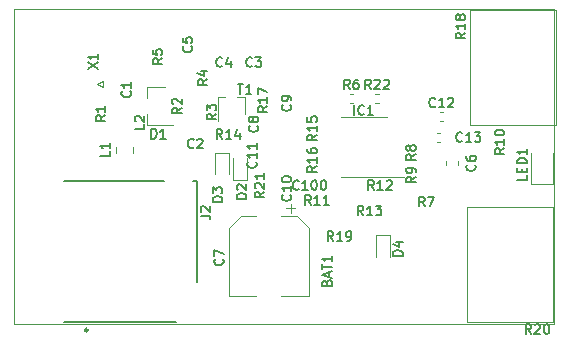
<source format=gbr>
G04 #@! TF.GenerationSoftware,KiCad,Pcbnew,(5.99.0-8616-g1e9639e89c)*
G04 #@! TF.CreationDate,2021-02-03T17:52:52+01:00*
G04 #@! TF.ProjectId,sinitsa,616c6c62-616e-4642-9e6b-696361645f70,rev?*
G04 #@! TF.SameCoordinates,Original*
G04 #@! TF.FileFunction,Legend,Top*
G04 #@! TF.FilePolarity,Positive*
%FSLAX46Y46*%
G04 Gerber Fmt 4.6, Leading zero omitted, Abs format (unit mm)*
G04 Created by KiCad (PCBNEW (5.99.0-8616-g1e9639e89c)) date 2021-02-03 17:52:52*
%MOMM*%
%LPD*%
G01*
G04 APERTURE LIST*
G04 #@! TA.AperFunction,Profile*
%ADD10C,0.050000*%
G04 #@! TD*
%ADD11C,0.152400*%
%ADD12C,0.150000*%
%ADD13C,0.250000*%
%ADD14C,0.120000*%
G04 APERTURE END LIST*
D10*
X96520000Y-105410000D02*
X96520000Y-132080000D01*
X142240000Y-105410000D02*
X142240000Y-132080000D01*
X96520000Y-132080000D02*
X142240000Y-132080000D01*
X142240000Y-105410000D02*
X96520000Y-105410000D01*
D11*
G04 #@! TO.C,J2*
X112323095Y-122948279D02*
X112903666Y-122948279D01*
X113019780Y-122986983D01*
X113097190Y-123064393D01*
X113135895Y-123180507D01*
X113135895Y-123257917D01*
X112400504Y-122599936D02*
X112361800Y-122561231D01*
X112323095Y-122483821D01*
X112323095Y-122290298D01*
X112361800Y-122212888D01*
X112400504Y-122174183D01*
X112477914Y-122135479D01*
X112555323Y-122135479D01*
X112671438Y-122174183D01*
X113135895Y-122638640D01*
X113135895Y-122135479D01*
G04 #@! TO.C,BAT1*
X123004942Y-128621971D02*
X123043647Y-128505857D01*
X123082352Y-128467152D01*
X123159761Y-128428447D01*
X123275876Y-128428447D01*
X123353285Y-128467152D01*
X123391990Y-128505857D01*
X123430695Y-128583266D01*
X123430695Y-128892904D01*
X122617895Y-128892904D01*
X122617895Y-128621971D01*
X122656600Y-128544561D01*
X122695304Y-128505857D01*
X122772714Y-128467152D01*
X122850123Y-128467152D01*
X122927533Y-128505857D01*
X122966238Y-128544561D01*
X123004942Y-128621971D01*
X123004942Y-128892904D01*
X123198466Y-128118809D02*
X123198466Y-127731761D01*
X123430695Y-128196219D02*
X122617895Y-127925285D01*
X123430695Y-127654352D01*
X122617895Y-127499533D02*
X122617895Y-127035076D01*
X123430695Y-127267304D02*
X122617895Y-127267304D01*
X123430695Y-126338390D02*
X123430695Y-126802847D01*
X123430695Y-126570619D02*
X122617895Y-126570619D01*
X122734009Y-126648028D01*
X122811419Y-126725438D01*
X122850123Y-126802847D01*
G04 #@! TO.C,C1*
X106362285Y-112403466D02*
X106400990Y-112442171D01*
X106439695Y-112558285D01*
X106439695Y-112635695D01*
X106400990Y-112751809D01*
X106323580Y-112829219D01*
X106246171Y-112867923D01*
X106091352Y-112906628D01*
X105975238Y-112906628D01*
X105820419Y-112867923D01*
X105743009Y-112829219D01*
X105665600Y-112751809D01*
X105626895Y-112635695D01*
X105626895Y-112558285D01*
X105665600Y-112442171D01*
X105704304Y-112403466D01*
X106439695Y-111629371D02*
X106439695Y-112093828D01*
X106439695Y-111861600D02*
X105626895Y-111861600D01*
X105743009Y-111939009D01*
X105820419Y-112016419D01*
X105859123Y-112093828D01*
G04 #@! TO.C,C2*
X111751533Y-117157285D02*
X111712828Y-117195990D01*
X111596714Y-117234695D01*
X111519304Y-117234695D01*
X111403190Y-117195990D01*
X111325780Y-117118580D01*
X111287076Y-117041171D01*
X111248371Y-116886352D01*
X111248371Y-116770238D01*
X111287076Y-116615419D01*
X111325780Y-116538009D01*
X111403190Y-116460600D01*
X111519304Y-116421895D01*
X111596714Y-116421895D01*
X111712828Y-116460600D01*
X111751533Y-116499304D01*
X112061171Y-116499304D02*
X112099876Y-116460600D01*
X112177285Y-116421895D01*
X112370809Y-116421895D01*
X112448219Y-116460600D01*
X112486923Y-116499304D01*
X112525628Y-116576714D01*
X112525628Y-116654123D01*
X112486923Y-116770238D01*
X112022466Y-117234695D01*
X112525628Y-117234695D01*
G04 #@! TO.C,C3*
X116704533Y-110272285D02*
X116665828Y-110310990D01*
X116549714Y-110349695D01*
X116472304Y-110349695D01*
X116356190Y-110310990D01*
X116278780Y-110233580D01*
X116240076Y-110156171D01*
X116201371Y-110001352D01*
X116201371Y-109885238D01*
X116240076Y-109730419D01*
X116278780Y-109653009D01*
X116356190Y-109575600D01*
X116472304Y-109536895D01*
X116549714Y-109536895D01*
X116665828Y-109575600D01*
X116704533Y-109614304D01*
X116975466Y-109536895D02*
X117478628Y-109536895D01*
X117207695Y-109846533D01*
X117323809Y-109846533D01*
X117401219Y-109885238D01*
X117439923Y-109923942D01*
X117478628Y-110001352D01*
X117478628Y-110194876D01*
X117439923Y-110272285D01*
X117401219Y-110310990D01*
X117323809Y-110349695D01*
X117091580Y-110349695D01*
X117014171Y-110310990D01*
X116975466Y-110272285D01*
G04 #@! TO.C,C4*
X114164533Y-110272285D02*
X114125828Y-110310990D01*
X114009714Y-110349695D01*
X113932304Y-110349695D01*
X113816190Y-110310990D01*
X113738780Y-110233580D01*
X113700076Y-110156171D01*
X113661371Y-110001352D01*
X113661371Y-109885238D01*
X113700076Y-109730419D01*
X113738780Y-109653009D01*
X113816190Y-109575600D01*
X113932304Y-109536895D01*
X114009714Y-109536895D01*
X114125828Y-109575600D01*
X114164533Y-109614304D01*
X114861219Y-109807828D02*
X114861219Y-110349695D01*
X114667695Y-109498190D02*
X114474171Y-110078761D01*
X114977333Y-110078761D01*
G04 #@! TO.C,C5*
X111542285Y-108593466D02*
X111580990Y-108632171D01*
X111619695Y-108748285D01*
X111619695Y-108825695D01*
X111580990Y-108941809D01*
X111503580Y-109019219D01*
X111426171Y-109057923D01*
X111271352Y-109096628D01*
X111155238Y-109096628D01*
X111000419Y-109057923D01*
X110923009Y-109019219D01*
X110845600Y-108941809D01*
X110806895Y-108825695D01*
X110806895Y-108748285D01*
X110845600Y-108632171D01*
X110884304Y-108593466D01*
X110806895Y-107858076D02*
X110806895Y-108245123D01*
X111193942Y-108283828D01*
X111155238Y-108245123D01*
X111116533Y-108167714D01*
X111116533Y-107974190D01*
X111155238Y-107896780D01*
X111193942Y-107858076D01*
X111271352Y-107819371D01*
X111464876Y-107819371D01*
X111542285Y-107858076D01*
X111580990Y-107896780D01*
X111619695Y-107974190D01*
X111619695Y-108167714D01*
X111580990Y-108245123D01*
X111542285Y-108283828D01*
G04 #@! TO.C,C6*
X135545285Y-118626466D02*
X135583990Y-118665171D01*
X135622695Y-118781285D01*
X135622695Y-118858695D01*
X135583990Y-118974809D01*
X135506580Y-119052219D01*
X135429171Y-119090923D01*
X135274352Y-119129628D01*
X135158238Y-119129628D01*
X135003419Y-119090923D01*
X134926009Y-119052219D01*
X134848600Y-118974809D01*
X134809895Y-118858695D01*
X134809895Y-118781285D01*
X134848600Y-118665171D01*
X134887304Y-118626466D01*
X134809895Y-117929780D02*
X134809895Y-118084600D01*
X134848600Y-118162009D01*
X134887304Y-118200714D01*
X135003419Y-118278123D01*
X135158238Y-118316828D01*
X135467876Y-118316828D01*
X135545285Y-118278123D01*
X135583990Y-118239419D01*
X135622695Y-118162009D01*
X135622695Y-118007190D01*
X135583990Y-117929780D01*
X135545285Y-117891076D01*
X135467876Y-117852371D01*
X135274352Y-117852371D01*
X135196942Y-117891076D01*
X135158238Y-117929780D01*
X135119533Y-118007190D01*
X135119533Y-118162009D01*
X135158238Y-118239419D01*
X135196942Y-118278123D01*
X135274352Y-118316828D01*
G04 #@! TO.C,C7*
X114209285Y-126627466D02*
X114247990Y-126666171D01*
X114286695Y-126782285D01*
X114286695Y-126859695D01*
X114247990Y-126975809D01*
X114170580Y-127053219D01*
X114093171Y-127091923D01*
X113938352Y-127130628D01*
X113822238Y-127130628D01*
X113667419Y-127091923D01*
X113590009Y-127053219D01*
X113512600Y-126975809D01*
X113473895Y-126859695D01*
X113473895Y-126782285D01*
X113512600Y-126666171D01*
X113551304Y-126627466D01*
X113473895Y-126356533D02*
X113473895Y-125814666D01*
X114286695Y-126163009D01*
G04 #@! TO.C,C8*
X117130285Y-115324466D02*
X117168990Y-115363171D01*
X117207695Y-115479285D01*
X117207695Y-115556695D01*
X117168990Y-115672809D01*
X117091580Y-115750219D01*
X117014171Y-115788923D01*
X116859352Y-115827628D01*
X116743238Y-115827628D01*
X116588419Y-115788923D01*
X116511009Y-115750219D01*
X116433600Y-115672809D01*
X116394895Y-115556695D01*
X116394895Y-115479285D01*
X116433600Y-115363171D01*
X116472304Y-115324466D01*
X116743238Y-114860009D02*
X116704533Y-114937419D01*
X116665828Y-114976123D01*
X116588419Y-115014828D01*
X116549714Y-115014828D01*
X116472304Y-114976123D01*
X116433600Y-114937419D01*
X116394895Y-114860009D01*
X116394895Y-114705190D01*
X116433600Y-114627780D01*
X116472304Y-114589076D01*
X116549714Y-114550371D01*
X116588419Y-114550371D01*
X116665828Y-114589076D01*
X116704533Y-114627780D01*
X116743238Y-114705190D01*
X116743238Y-114860009D01*
X116781942Y-114937419D01*
X116820647Y-114976123D01*
X116898057Y-115014828D01*
X117052876Y-115014828D01*
X117130285Y-114976123D01*
X117168990Y-114937419D01*
X117207695Y-114860009D01*
X117207695Y-114705190D01*
X117168990Y-114627780D01*
X117130285Y-114589076D01*
X117052876Y-114550371D01*
X116898057Y-114550371D01*
X116820647Y-114589076D01*
X116781942Y-114627780D01*
X116743238Y-114705190D01*
G04 #@! TO.C,C9*
X119924285Y-113546466D02*
X119962990Y-113585171D01*
X120001695Y-113701285D01*
X120001695Y-113778695D01*
X119962990Y-113894809D01*
X119885580Y-113972219D01*
X119808171Y-114010923D01*
X119653352Y-114049628D01*
X119537238Y-114049628D01*
X119382419Y-114010923D01*
X119305009Y-113972219D01*
X119227600Y-113894809D01*
X119188895Y-113778695D01*
X119188895Y-113701285D01*
X119227600Y-113585171D01*
X119266304Y-113546466D01*
X120001695Y-113159419D02*
X120001695Y-113004600D01*
X119962990Y-112927190D01*
X119924285Y-112888485D01*
X119808171Y-112811076D01*
X119653352Y-112772371D01*
X119343714Y-112772371D01*
X119266304Y-112811076D01*
X119227600Y-112849780D01*
X119188895Y-112927190D01*
X119188895Y-113082009D01*
X119227600Y-113159419D01*
X119266304Y-113198123D01*
X119343714Y-113236828D01*
X119537238Y-113236828D01*
X119614647Y-113198123D01*
X119653352Y-113159419D01*
X119692057Y-113082009D01*
X119692057Y-112927190D01*
X119653352Y-112849780D01*
X119614647Y-112811076D01*
X119537238Y-112772371D01*
G04 #@! TO.C,C10*
X119924285Y-121172514D02*
X119962990Y-121211219D01*
X120001695Y-121327333D01*
X120001695Y-121404742D01*
X119962990Y-121520857D01*
X119885580Y-121598266D01*
X119808171Y-121636971D01*
X119653352Y-121675676D01*
X119537238Y-121675676D01*
X119382419Y-121636971D01*
X119305009Y-121598266D01*
X119227600Y-121520857D01*
X119188895Y-121404742D01*
X119188895Y-121327333D01*
X119227600Y-121211219D01*
X119266304Y-121172514D01*
X120001695Y-120398419D02*
X120001695Y-120862876D01*
X120001695Y-120630647D02*
X119188895Y-120630647D01*
X119305009Y-120708057D01*
X119382419Y-120785466D01*
X119421123Y-120862876D01*
X119188895Y-119895257D02*
X119188895Y-119817847D01*
X119227600Y-119740438D01*
X119266304Y-119701733D01*
X119343714Y-119663028D01*
X119498533Y-119624323D01*
X119692057Y-119624323D01*
X119846876Y-119663028D01*
X119924285Y-119701733D01*
X119962990Y-119740438D01*
X120001695Y-119817847D01*
X120001695Y-119895257D01*
X119962990Y-119972666D01*
X119924285Y-120011371D01*
X119846876Y-120050076D01*
X119692057Y-120088780D01*
X119498533Y-120088780D01*
X119343714Y-120050076D01*
X119266304Y-120011371D01*
X119227600Y-119972666D01*
X119188895Y-119895257D01*
G04 #@! TO.C,C100*
X120629438Y-120686285D02*
X120590733Y-120724990D01*
X120474619Y-120763695D01*
X120397209Y-120763695D01*
X120281095Y-120724990D01*
X120203685Y-120647580D01*
X120164980Y-120570171D01*
X120126276Y-120415352D01*
X120126276Y-120299238D01*
X120164980Y-120144419D01*
X120203685Y-120067009D01*
X120281095Y-119989600D01*
X120397209Y-119950895D01*
X120474619Y-119950895D01*
X120590733Y-119989600D01*
X120629438Y-120028304D01*
X121403533Y-120763695D02*
X120939076Y-120763695D01*
X121171304Y-120763695D02*
X121171304Y-119950895D01*
X121093895Y-120067009D01*
X121016485Y-120144419D01*
X120939076Y-120183123D01*
X121906695Y-119950895D02*
X121984104Y-119950895D01*
X122061514Y-119989600D01*
X122100219Y-120028304D01*
X122138923Y-120105714D01*
X122177628Y-120260533D01*
X122177628Y-120454057D01*
X122138923Y-120608876D01*
X122100219Y-120686285D01*
X122061514Y-120724990D01*
X121984104Y-120763695D01*
X121906695Y-120763695D01*
X121829285Y-120724990D01*
X121790580Y-120686285D01*
X121751876Y-120608876D01*
X121713171Y-120454057D01*
X121713171Y-120260533D01*
X121751876Y-120105714D01*
X121790580Y-120028304D01*
X121829285Y-119989600D01*
X121906695Y-119950895D01*
X122680790Y-119950895D02*
X122758200Y-119950895D01*
X122835609Y-119989600D01*
X122874314Y-120028304D01*
X122913019Y-120105714D01*
X122951723Y-120260533D01*
X122951723Y-120454057D01*
X122913019Y-120608876D01*
X122874314Y-120686285D01*
X122835609Y-120724990D01*
X122758200Y-120763695D01*
X122680790Y-120763695D01*
X122603380Y-120724990D01*
X122564676Y-120686285D01*
X122525971Y-120608876D01*
X122487266Y-120454057D01*
X122487266Y-120260533D01*
X122525971Y-120105714D01*
X122564676Y-120028304D01*
X122603380Y-119989600D01*
X122680790Y-119950895D01*
G04 #@! TO.C,D1*
X108153476Y-116410095D02*
X108153476Y-115597295D01*
X108347000Y-115597295D01*
X108463114Y-115636000D01*
X108540523Y-115713409D01*
X108579228Y-115790819D01*
X108617933Y-115945638D01*
X108617933Y-116061752D01*
X108579228Y-116216571D01*
X108540523Y-116293980D01*
X108463114Y-116371390D01*
X108347000Y-116410095D01*
X108153476Y-116410095D01*
X109392028Y-116410095D02*
X108927571Y-116410095D01*
X109159800Y-116410095D02*
X109159800Y-115597295D01*
X109082390Y-115713409D01*
X109004980Y-115790819D01*
X108927571Y-115829523D01*
G04 #@! TO.C,D2*
X116191695Y-121503923D02*
X115378895Y-121503923D01*
X115378895Y-121310400D01*
X115417600Y-121194285D01*
X115495009Y-121116876D01*
X115572419Y-121078171D01*
X115727238Y-121039466D01*
X115843352Y-121039466D01*
X115998171Y-121078171D01*
X116075580Y-121116876D01*
X116152990Y-121194285D01*
X116191695Y-121310400D01*
X116191695Y-121503923D01*
X115456304Y-120729828D02*
X115417600Y-120691123D01*
X115378895Y-120613714D01*
X115378895Y-120420190D01*
X115417600Y-120342780D01*
X115456304Y-120304076D01*
X115533714Y-120265371D01*
X115611123Y-120265371D01*
X115727238Y-120304076D01*
X116191695Y-120768533D01*
X116191695Y-120265371D01*
G04 #@! TO.C,D3*
X114159695Y-121757923D02*
X113346895Y-121757923D01*
X113346895Y-121564400D01*
X113385600Y-121448285D01*
X113463009Y-121370876D01*
X113540419Y-121332171D01*
X113695238Y-121293466D01*
X113811352Y-121293466D01*
X113966171Y-121332171D01*
X114043580Y-121370876D01*
X114120990Y-121448285D01*
X114159695Y-121564400D01*
X114159695Y-121757923D01*
X113346895Y-121022533D02*
X113346895Y-120519371D01*
X113656533Y-120790304D01*
X113656533Y-120674190D01*
X113695238Y-120596780D01*
X113733942Y-120558076D01*
X113811352Y-120519371D01*
X114004876Y-120519371D01*
X114082285Y-120558076D01*
X114120990Y-120596780D01*
X114159695Y-120674190D01*
X114159695Y-120906419D01*
X114120990Y-120983828D01*
X114082285Y-121022533D01*
G04 #@! TO.C,IC1*
X125317552Y-114413695D02*
X125317552Y-113600895D01*
X126169057Y-114336285D02*
X126130352Y-114374990D01*
X126014238Y-114413695D01*
X125936828Y-114413695D01*
X125820714Y-114374990D01*
X125743304Y-114297580D01*
X125704600Y-114220171D01*
X125665895Y-114065352D01*
X125665895Y-113949238D01*
X125704600Y-113794419D01*
X125743304Y-113717009D01*
X125820714Y-113639600D01*
X125936828Y-113600895D01*
X126014238Y-113600895D01*
X126130352Y-113639600D01*
X126169057Y-113678304D01*
X126943152Y-114413695D02*
X126478695Y-114413695D01*
X126710923Y-114413695D02*
X126710923Y-113600895D01*
X126633514Y-113717009D01*
X126556104Y-113794419D01*
X126478695Y-113833123D01*
G04 #@! TO.C,L1*
X104635695Y-117483466D02*
X104635695Y-117870514D01*
X103822895Y-117870514D01*
X104635695Y-116786780D02*
X104635695Y-117251238D01*
X104635695Y-117019009D02*
X103822895Y-117019009D01*
X103939009Y-117096419D01*
X104016419Y-117173828D01*
X104055123Y-117251238D01*
G04 #@! TO.C,R1*
X104253695Y-114435466D02*
X103866647Y-114706400D01*
X104253695Y-114899923D02*
X103440895Y-114899923D01*
X103440895Y-114590285D01*
X103479600Y-114512876D01*
X103518304Y-114474171D01*
X103595714Y-114435466D01*
X103711828Y-114435466D01*
X103789238Y-114474171D01*
X103827942Y-114512876D01*
X103866647Y-114590285D01*
X103866647Y-114899923D01*
X104253695Y-113661371D02*
X104253695Y-114125828D01*
X104253695Y-113893600D02*
X103440895Y-113893600D01*
X103557009Y-113971009D01*
X103634419Y-114048419D01*
X103673123Y-114125828D01*
G04 #@! TO.C,R2*
X110730695Y-113800466D02*
X110343647Y-114071400D01*
X110730695Y-114264923D02*
X109917895Y-114264923D01*
X109917895Y-113955285D01*
X109956600Y-113877876D01*
X109995304Y-113839171D01*
X110072714Y-113800466D01*
X110188828Y-113800466D01*
X110266238Y-113839171D01*
X110304942Y-113877876D01*
X110343647Y-113955285D01*
X110343647Y-114264923D01*
X109995304Y-113490828D02*
X109956600Y-113452123D01*
X109917895Y-113374714D01*
X109917895Y-113181190D01*
X109956600Y-113103780D01*
X109995304Y-113065076D01*
X110072714Y-113026371D01*
X110150123Y-113026371D01*
X110266238Y-113065076D01*
X110730695Y-113529533D01*
X110730695Y-113026371D01*
G04 #@! TO.C,R3*
X113651695Y-114308466D02*
X113264647Y-114579400D01*
X113651695Y-114772923D02*
X112838895Y-114772923D01*
X112838895Y-114463285D01*
X112877600Y-114385876D01*
X112916304Y-114347171D01*
X112993714Y-114308466D01*
X113109828Y-114308466D01*
X113187238Y-114347171D01*
X113225942Y-114385876D01*
X113264647Y-114463285D01*
X113264647Y-114772923D01*
X112838895Y-114037533D02*
X112838895Y-113534371D01*
X113148533Y-113805304D01*
X113148533Y-113689190D01*
X113187238Y-113611780D01*
X113225942Y-113573076D01*
X113303352Y-113534371D01*
X113496876Y-113534371D01*
X113574285Y-113573076D01*
X113612990Y-113611780D01*
X113651695Y-113689190D01*
X113651695Y-113921419D01*
X113612990Y-113998828D01*
X113574285Y-114037533D01*
G04 #@! TO.C,R4*
X112889695Y-111387466D02*
X112502647Y-111658400D01*
X112889695Y-111851923D02*
X112076895Y-111851923D01*
X112076895Y-111542285D01*
X112115600Y-111464876D01*
X112154304Y-111426171D01*
X112231714Y-111387466D01*
X112347828Y-111387466D01*
X112425238Y-111426171D01*
X112463942Y-111464876D01*
X112502647Y-111542285D01*
X112502647Y-111851923D01*
X112347828Y-110690780D02*
X112889695Y-110690780D01*
X112038190Y-110884304D02*
X112618761Y-111077828D01*
X112618761Y-110574666D01*
G04 #@! TO.C,R5*
X109079695Y-109609466D02*
X108692647Y-109880400D01*
X109079695Y-110073923D02*
X108266895Y-110073923D01*
X108266895Y-109764285D01*
X108305600Y-109686876D01*
X108344304Y-109648171D01*
X108421714Y-109609466D01*
X108537828Y-109609466D01*
X108615238Y-109648171D01*
X108653942Y-109686876D01*
X108692647Y-109764285D01*
X108692647Y-110073923D01*
X108266895Y-108874076D02*
X108266895Y-109261123D01*
X108653942Y-109299828D01*
X108615238Y-109261123D01*
X108576533Y-109183714D01*
X108576533Y-108990190D01*
X108615238Y-108912780D01*
X108653942Y-108874076D01*
X108731352Y-108835371D01*
X108924876Y-108835371D01*
X109002285Y-108874076D01*
X109040990Y-108912780D01*
X109079695Y-108990190D01*
X109079695Y-109183714D01*
X109040990Y-109261123D01*
X109002285Y-109299828D01*
G04 #@! TO.C,R7*
X131309533Y-122160695D02*
X131038600Y-121773647D01*
X130845076Y-122160695D02*
X130845076Y-121347895D01*
X131154714Y-121347895D01*
X131232123Y-121386600D01*
X131270828Y-121425304D01*
X131309533Y-121502714D01*
X131309533Y-121618828D01*
X131270828Y-121696238D01*
X131232123Y-121734942D01*
X131154714Y-121773647D01*
X130845076Y-121773647D01*
X131580466Y-121347895D02*
X132122333Y-121347895D01*
X131773990Y-122160695D01*
G04 #@! TO.C,R8*
X130542695Y-117737466D02*
X130155647Y-118008400D01*
X130542695Y-118201923D02*
X129729895Y-118201923D01*
X129729895Y-117892285D01*
X129768600Y-117814876D01*
X129807304Y-117776171D01*
X129884714Y-117737466D01*
X130000828Y-117737466D01*
X130078238Y-117776171D01*
X130116942Y-117814876D01*
X130155647Y-117892285D01*
X130155647Y-118201923D01*
X130078238Y-117273009D02*
X130039533Y-117350419D01*
X130000828Y-117389123D01*
X129923419Y-117427828D01*
X129884714Y-117427828D01*
X129807304Y-117389123D01*
X129768600Y-117350419D01*
X129729895Y-117273009D01*
X129729895Y-117118190D01*
X129768600Y-117040780D01*
X129807304Y-117002076D01*
X129884714Y-116963371D01*
X129923419Y-116963371D01*
X130000828Y-117002076D01*
X130039533Y-117040780D01*
X130078238Y-117118190D01*
X130078238Y-117273009D01*
X130116942Y-117350419D01*
X130155647Y-117389123D01*
X130233057Y-117427828D01*
X130387876Y-117427828D01*
X130465285Y-117389123D01*
X130503990Y-117350419D01*
X130542695Y-117273009D01*
X130542695Y-117118190D01*
X130503990Y-117040780D01*
X130465285Y-117002076D01*
X130387876Y-116963371D01*
X130233057Y-116963371D01*
X130155647Y-117002076D01*
X130116942Y-117040780D01*
X130078238Y-117118190D01*
G04 #@! TO.C,R9*
X130542695Y-119642466D02*
X130155647Y-119913400D01*
X130542695Y-120106923D02*
X129729895Y-120106923D01*
X129729895Y-119797285D01*
X129768600Y-119719876D01*
X129807304Y-119681171D01*
X129884714Y-119642466D01*
X130000828Y-119642466D01*
X130078238Y-119681171D01*
X130116942Y-119719876D01*
X130155647Y-119797285D01*
X130155647Y-120106923D01*
X130542695Y-119255419D02*
X130542695Y-119100600D01*
X130503990Y-119023190D01*
X130465285Y-118984485D01*
X130349171Y-118907076D01*
X130194352Y-118868371D01*
X129884714Y-118868371D01*
X129807304Y-118907076D01*
X129768600Y-118945780D01*
X129729895Y-119023190D01*
X129729895Y-119178009D01*
X129768600Y-119255419D01*
X129807304Y-119294123D01*
X129884714Y-119332828D01*
X130078238Y-119332828D01*
X130155647Y-119294123D01*
X130194352Y-119255419D01*
X130233057Y-119178009D01*
X130233057Y-119023190D01*
X130194352Y-118945780D01*
X130155647Y-118907076D01*
X130078238Y-118868371D01*
G04 #@! TO.C,R18*
X134733695Y-107456514D02*
X134346647Y-107727447D01*
X134733695Y-107920971D02*
X133920895Y-107920971D01*
X133920895Y-107611333D01*
X133959600Y-107533923D01*
X133998304Y-107495219D01*
X134075714Y-107456514D01*
X134191828Y-107456514D01*
X134269238Y-107495219D01*
X134307942Y-107533923D01*
X134346647Y-107611333D01*
X134346647Y-107920971D01*
X134733695Y-106682419D02*
X134733695Y-107146876D01*
X134733695Y-106914647D02*
X133920895Y-106914647D01*
X134037009Y-106992057D01*
X134114419Y-107069466D01*
X134153123Y-107146876D01*
X134269238Y-106217961D02*
X134230533Y-106295371D01*
X134191828Y-106334076D01*
X134114419Y-106372780D01*
X134075714Y-106372780D01*
X133998304Y-106334076D01*
X133959600Y-106295371D01*
X133920895Y-106217961D01*
X133920895Y-106063142D01*
X133959600Y-105985733D01*
X133998304Y-105947028D01*
X134075714Y-105908323D01*
X134114419Y-105908323D01*
X134191828Y-105947028D01*
X134230533Y-105985733D01*
X134269238Y-106063142D01*
X134269238Y-106217961D01*
X134307942Y-106295371D01*
X134346647Y-106334076D01*
X134424057Y-106372780D01*
X134578876Y-106372780D01*
X134656285Y-106334076D01*
X134694990Y-106295371D01*
X134733695Y-106217961D01*
X134733695Y-106063142D01*
X134694990Y-105985733D01*
X134656285Y-105947028D01*
X134578876Y-105908323D01*
X134424057Y-105908323D01*
X134346647Y-105947028D01*
X134307942Y-105985733D01*
X134269238Y-106063142D01*
G04 #@! TO.C,R11*
X121651485Y-122033695D02*
X121380552Y-121646647D01*
X121187028Y-122033695D02*
X121187028Y-121220895D01*
X121496666Y-121220895D01*
X121574076Y-121259600D01*
X121612780Y-121298304D01*
X121651485Y-121375714D01*
X121651485Y-121491828D01*
X121612780Y-121569238D01*
X121574076Y-121607942D01*
X121496666Y-121646647D01*
X121187028Y-121646647D01*
X122425580Y-122033695D02*
X121961123Y-122033695D01*
X122193352Y-122033695D02*
X122193352Y-121220895D01*
X122115942Y-121337009D01*
X122038533Y-121414419D01*
X121961123Y-121453123D01*
X123199676Y-122033695D02*
X122735219Y-122033695D01*
X122967447Y-122033695D02*
X122967447Y-121220895D01*
X122890038Y-121337009D01*
X122812628Y-121414419D01*
X122735219Y-121453123D01*
G04 #@! TO.C,R12*
X126985485Y-120763695D02*
X126714552Y-120376647D01*
X126521028Y-120763695D02*
X126521028Y-119950895D01*
X126830666Y-119950895D01*
X126908076Y-119989600D01*
X126946780Y-120028304D01*
X126985485Y-120105714D01*
X126985485Y-120221828D01*
X126946780Y-120299238D01*
X126908076Y-120337942D01*
X126830666Y-120376647D01*
X126521028Y-120376647D01*
X127759580Y-120763695D02*
X127295123Y-120763695D01*
X127527352Y-120763695D02*
X127527352Y-119950895D01*
X127449942Y-120067009D01*
X127372533Y-120144419D01*
X127295123Y-120183123D01*
X128069219Y-120028304D02*
X128107923Y-119989600D01*
X128185333Y-119950895D01*
X128378857Y-119950895D01*
X128456266Y-119989600D01*
X128494971Y-120028304D01*
X128533676Y-120105714D01*
X128533676Y-120183123D01*
X128494971Y-120299238D01*
X128030514Y-120763695D01*
X128533676Y-120763695D01*
G04 #@! TO.C,R13*
X126096485Y-122922695D02*
X125825552Y-122535647D01*
X125632028Y-122922695D02*
X125632028Y-122109895D01*
X125941666Y-122109895D01*
X126019076Y-122148600D01*
X126057780Y-122187304D01*
X126096485Y-122264714D01*
X126096485Y-122380828D01*
X126057780Y-122458238D01*
X126019076Y-122496942D01*
X125941666Y-122535647D01*
X125632028Y-122535647D01*
X126870580Y-122922695D02*
X126406123Y-122922695D01*
X126638352Y-122922695D02*
X126638352Y-122109895D01*
X126560942Y-122226009D01*
X126483533Y-122303419D01*
X126406123Y-122342123D01*
X127141514Y-122109895D02*
X127644676Y-122109895D01*
X127373742Y-122419533D01*
X127489857Y-122419533D01*
X127567266Y-122458238D01*
X127605971Y-122496942D01*
X127644676Y-122574352D01*
X127644676Y-122767876D01*
X127605971Y-122845285D01*
X127567266Y-122883990D01*
X127489857Y-122922695D01*
X127257628Y-122922695D01*
X127180219Y-122883990D01*
X127141514Y-122845285D01*
G04 #@! TO.C,R14*
X114158485Y-116445695D02*
X113887552Y-116058647D01*
X113694028Y-116445695D02*
X113694028Y-115632895D01*
X114003666Y-115632895D01*
X114081076Y-115671600D01*
X114119780Y-115710304D01*
X114158485Y-115787714D01*
X114158485Y-115903828D01*
X114119780Y-115981238D01*
X114081076Y-116019942D01*
X114003666Y-116058647D01*
X113694028Y-116058647D01*
X114932580Y-116445695D02*
X114468123Y-116445695D01*
X114700352Y-116445695D02*
X114700352Y-115632895D01*
X114622942Y-115749009D01*
X114545533Y-115826419D01*
X114468123Y-115865123D01*
X115629266Y-115903828D02*
X115629266Y-116445695D01*
X115435742Y-115594190D02*
X115242219Y-116174761D01*
X115745380Y-116174761D01*
G04 #@! TO.C,R15*
X122160695Y-116092514D02*
X121773647Y-116363447D01*
X122160695Y-116556971D02*
X121347895Y-116556971D01*
X121347895Y-116247333D01*
X121386600Y-116169923D01*
X121425304Y-116131219D01*
X121502714Y-116092514D01*
X121618828Y-116092514D01*
X121696238Y-116131219D01*
X121734942Y-116169923D01*
X121773647Y-116247333D01*
X121773647Y-116556971D01*
X122160695Y-115318419D02*
X122160695Y-115782876D01*
X122160695Y-115550647D02*
X121347895Y-115550647D01*
X121464009Y-115628057D01*
X121541419Y-115705466D01*
X121580123Y-115782876D01*
X121347895Y-114583028D02*
X121347895Y-114970076D01*
X121734942Y-115008780D01*
X121696238Y-114970076D01*
X121657533Y-114892666D01*
X121657533Y-114699142D01*
X121696238Y-114621733D01*
X121734942Y-114583028D01*
X121812352Y-114544323D01*
X122005876Y-114544323D01*
X122083285Y-114583028D01*
X122121990Y-114621733D01*
X122160695Y-114699142D01*
X122160695Y-114892666D01*
X122121990Y-114970076D01*
X122083285Y-115008780D01*
G04 #@! TO.C,R16*
X122160695Y-118759514D02*
X121773647Y-119030447D01*
X122160695Y-119223971D02*
X121347895Y-119223971D01*
X121347895Y-118914333D01*
X121386600Y-118836923D01*
X121425304Y-118798219D01*
X121502714Y-118759514D01*
X121618828Y-118759514D01*
X121696238Y-118798219D01*
X121734942Y-118836923D01*
X121773647Y-118914333D01*
X121773647Y-119223971D01*
X122160695Y-117985419D02*
X122160695Y-118449876D01*
X122160695Y-118217647D02*
X121347895Y-118217647D01*
X121464009Y-118295057D01*
X121541419Y-118372466D01*
X121580123Y-118449876D01*
X121347895Y-117288733D02*
X121347895Y-117443552D01*
X121386600Y-117520961D01*
X121425304Y-117559666D01*
X121541419Y-117637076D01*
X121696238Y-117675780D01*
X122005876Y-117675780D01*
X122083285Y-117637076D01*
X122121990Y-117598371D01*
X122160695Y-117520961D01*
X122160695Y-117366142D01*
X122121990Y-117288733D01*
X122083285Y-117250028D01*
X122005876Y-117211323D01*
X121812352Y-117211323D01*
X121734942Y-117250028D01*
X121696238Y-117288733D01*
X121657533Y-117366142D01*
X121657533Y-117520961D01*
X121696238Y-117598371D01*
X121734942Y-117637076D01*
X121812352Y-117675780D01*
G04 #@! TO.C,R17*
X117969695Y-113679514D02*
X117582647Y-113950447D01*
X117969695Y-114143971D02*
X117156895Y-114143971D01*
X117156895Y-113834333D01*
X117195600Y-113756923D01*
X117234304Y-113718219D01*
X117311714Y-113679514D01*
X117427828Y-113679514D01*
X117505238Y-113718219D01*
X117543942Y-113756923D01*
X117582647Y-113834333D01*
X117582647Y-114143971D01*
X117969695Y-112905419D02*
X117969695Y-113369876D01*
X117969695Y-113137647D02*
X117156895Y-113137647D01*
X117273009Y-113215057D01*
X117350419Y-113292466D01*
X117389123Y-113369876D01*
X117156895Y-112634485D02*
X117156895Y-112092619D01*
X117969695Y-112440961D01*
G04 #@! TO.C,R19*
X123556485Y-125081695D02*
X123285552Y-124694647D01*
X123092028Y-125081695D02*
X123092028Y-124268895D01*
X123401666Y-124268895D01*
X123479076Y-124307600D01*
X123517780Y-124346304D01*
X123556485Y-124423714D01*
X123556485Y-124539828D01*
X123517780Y-124617238D01*
X123479076Y-124655942D01*
X123401666Y-124694647D01*
X123092028Y-124694647D01*
X124330580Y-125081695D02*
X123866123Y-125081695D01*
X124098352Y-125081695D02*
X124098352Y-124268895D01*
X124020942Y-124385009D01*
X123943533Y-124462419D01*
X123866123Y-124501123D01*
X124717628Y-125081695D02*
X124872447Y-125081695D01*
X124949857Y-125042990D01*
X124988561Y-125004285D01*
X125065971Y-124888171D01*
X125104676Y-124733352D01*
X125104676Y-124423714D01*
X125065971Y-124346304D01*
X125027266Y-124307600D01*
X124949857Y-124268895D01*
X124795038Y-124268895D01*
X124717628Y-124307600D01*
X124678923Y-124346304D01*
X124640219Y-124423714D01*
X124640219Y-124617238D01*
X124678923Y-124694647D01*
X124717628Y-124733352D01*
X124795038Y-124772057D01*
X124949857Y-124772057D01*
X125027266Y-124733352D01*
X125065971Y-124694647D01*
X125104676Y-124617238D01*
G04 #@! TO.C,R20*
X140320485Y-132955695D02*
X140049552Y-132568647D01*
X139856028Y-132955695D02*
X139856028Y-132142895D01*
X140165666Y-132142895D01*
X140243076Y-132181600D01*
X140281780Y-132220304D01*
X140320485Y-132297714D01*
X140320485Y-132413828D01*
X140281780Y-132491238D01*
X140243076Y-132529942D01*
X140165666Y-132568647D01*
X139856028Y-132568647D01*
X140630123Y-132220304D02*
X140668828Y-132181600D01*
X140746238Y-132142895D01*
X140939761Y-132142895D01*
X141017171Y-132181600D01*
X141055876Y-132220304D01*
X141094580Y-132297714D01*
X141094580Y-132375123D01*
X141055876Y-132491238D01*
X140591419Y-132955695D01*
X141094580Y-132955695D01*
X141597742Y-132142895D02*
X141675152Y-132142895D01*
X141752561Y-132181600D01*
X141791266Y-132220304D01*
X141829971Y-132297714D01*
X141868676Y-132452533D01*
X141868676Y-132646057D01*
X141829971Y-132800876D01*
X141791266Y-132878285D01*
X141752561Y-132916990D01*
X141675152Y-132955695D01*
X141597742Y-132955695D01*
X141520333Y-132916990D01*
X141481628Y-132878285D01*
X141442923Y-132800876D01*
X141404219Y-132646057D01*
X141404219Y-132452533D01*
X141442923Y-132297714D01*
X141481628Y-132220304D01*
X141520333Y-132181600D01*
X141597742Y-132142895D01*
G04 #@! TO.C,T1*
X115458723Y-111822895D02*
X115923180Y-111822895D01*
X115690952Y-112635695D02*
X115690952Y-111822895D01*
X116619866Y-112635695D02*
X116155409Y-112635695D01*
X116387638Y-112635695D02*
X116387638Y-111822895D01*
X116310228Y-111939009D01*
X116232819Y-112016419D01*
X116155409Y-112055123D01*
G04 #@! TO.C,X1*
X102805895Y-110512980D02*
X103618695Y-109971114D01*
X102805895Y-109971114D02*
X103618695Y-110512980D01*
X103618695Y-109235723D02*
X103618695Y-109700180D01*
X103618695Y-109467952D02*
X102805895Y-109467952D01*
X102922009Y-109545361D01*
X102999419Y-109622771D01*
X103038123Y-109700180D01*
G04 #@! TO.C,LED1*
X139941695Y-119527561D02*
X139941695Y-119914609D01*
X139128895Y-119914609D01*
X139515942Y-119256628D02*
X139515942Y-118985695D01*
X139941695Y-118869580D02*
X139941695Y-119256628D01*
X139128895Y-119256628D01*
X139128895Y-118869580D01*
X139941695Y-118521238D02*
X139128895Y-118521238D01*
X139128895Y-118327714D01*
X139167600Y-118211600D01*
X139245009Y-118134190D01*
X139322419Y-118095485D01*
X139477238Y-118056780D01*
X139593352Y-118056780D01*
X139748171Y-118095485D01*
X139825580Y-118134190D01*
X139902990Y-118211600D01*
X139941695Y-118327714D01*
X139941695Y-118521238D01*
X139941695Y-117282685D02*
X139941695Y-117747142D01*
X139941695Y-117514914D02*
X139128895Y-117514914D01*
X139245009Y-117592323D01*
X139322419Y-117669733D01*
X139361123Y-117747142D01*
G04 #@! TO.C,R10*
X138035695Y-117235514D02*
X137648647Y-117506447D01*
X138035695Y-117699971D02*
X137222895Y-117699971D01*
X137222895Y-117390333D01*
X137261600Y-117312923D01*
X137300304Y-117274219D01*
X137377714Y-117235514D01*
X137493828Y-117235514D01*
X137571238Y-117274219D01*
X137609942Y-117312923D01*
X137648647Y-117390333D01*
X137648647Y-117699971D01*
X138035695Y-116461419D02*
X138035695Y-116925876D01*
X138035695Y-116693647D02*
X137222895Y-116693647D01*
X137339009Y-116771057D01*
X137416419Y-116848466D01*
X137455123Y-116925876D01*
X137222895Y-115958257D02*
X137222895Y-115880847D01*
X137261600Y-115803438D01*
X137300304Y-115764733D01*
X137377714Y-115726028D01*
X137532533Y-115687323D01*
X137726057Y-115687323D01*
X137880876Y-115726028D01*
X137958285Y-115764733D01*
X137996990Y-115803438D01*
X138035695Y-115880847D01*
X138035695Y-115958257D01*
X137996990Y-116035666D01*
X137958285Y-116074371D01*
X137880876Y-116113076D01*
X137726057Y-116151780D01*
X137532533Y-116151780D01*
X137377714Y-116113076D01*
X137300304Y-116074371D01*
X137261600Y-116035666D01*
X137222895Y-115958257D01*
G04 #@! TO.C,C11*
X117003285Y-118378514D02*
X117041990Y-118417219D01*
X117080695Y-118533333D01*
X117080695Y-118610742D01*
X117041990Y-118726857D01*
X116964580Y-118804266D01*
X116887171Y-118842971D01*
X116732352Y-118881676D01*
X116616238Y-118881676D01*
X116461419Y-118842971D01*
X116384009Y-118804266D01*
X116306600Y-118726857D01*
X116267895Y-118610742D01*
X116267895Y-118533333D01*
X116306600Y-118417219D01*
X116345304Y-118378514D01*
X117080695Y-117604419D02*
X117080695Y-118068876D01*
X117080695Y-117836647D02*
X116267895Y-117836647D01*
X116384009Y-117914057D01*
X116461419Y-117991466D01*
X116500123Y-118068876D01*
X117080695Y-116830323D02*
X117080695Y-117294780D01*
X117080695Y-117062552D02*
X116267895Y-117062552D01*
X116384009Y-117139961D01*
X116461419Y-117217371D01*
X116500123Y-117294780D01*
G04 #@! TO.C,R21*
X117715695Y-120918514D02*
X117328647Y-121189447D01*
X117715695Y-121382971D02*
X116902895Y-121382971D01*
X116902895Y-121073333D01*
X116941600Y-120995923D01*
X116980304Y-120957219D01*
X117057714Y-120918514D01*
X117173828Y-120918514D01*
X117251238Y-120957219D01*
X117289942Y-120995923D01*
X117328647Y-121073333D01*
X117328647Y-121382971D01*
X116980304Y-120608876D02*
X116941600Y-120570171D01*
X116902895Y-120492761D01*
X116902895Y-120299238D01*
X116941600Y-120221828D01*
X116980304Y-120183123D01*
X117057714Y-120144419D01*
X117135123Y-120144419D01*
X117251238Y-120183123D01*
X117715695Y-120647580D01*
X117715695Y-120144419D01*
X117715695Y-119370323D02*
X117715695Y-119834780D01*
X117715695Y-119602552D02*
X116902895Y-119602552D01*
X117019009Y-119679961D01*
X117096419Y-119757371D01*
X117135123Y-119834780D01*
G04 #@! TO.C,R22*
X126733485Y-112227695D02*
X126462552Y-111840647D01*
X126269028Y-112227695D02*
X126269028Y-111414895D01*
X126578666Y-111414895D01*
X126656076Y-111453600D01*
X126694780Y-111492304D01*
X126733485Y-111569714D01*
X126733485Y-111685828D01*
X126694780Y-111763238D01*
X126656076Y-111801942D01*
X126578666Y-111840647D01*
X126269028Y-111840647D01*
X127043123Y-111492304D02*
X127081828Y-111453600D01*
X127159238Y-111414895D01*
X127352761Y-111414895D01*
X127430171Y-111453600D01*
X127468876Y-111492304D01*
X127507580Y-111569714D01*
X127507580Y-111647123D01*
X127468876Y-111763238D01*
X127004419Y-112227695D01*
X127507580Y-112227695D01*
X127817219Y-111492304D02*
X127855923Y-111453600D01*
X127933333Y-111414895D01*
X128126857Y-111414895D01*
X128204266Y-111453600D01*
X128242971Y-111492304D01*
X128281676Y-111569714D01*
X128281676Y-111647123D01*
X128242971Y-111763238D01*
X127778514Y-112227695D01*
X128281676Y-112227695D01*
G04 #@! TO.C,L2*
X107555695Y-115197466D02*
X107555695Y-115584514D01*
X106742895Y-115584514D01*
X106820304Y-114965238D02*
X106781600Y-114926533D01*
X106742895Y-114849123D01*
X106742895Y-114655600D01*
X106781600Y-114578190D01*
X106820304Y-114539485D01*
X106897714Y-114500780D01*
X106975123Y-114500780D01*
X107091238Y-114539485D01*
X107555695Y-115003942D01*
X107555695Y-114500780D01*
G04 #@! TO.C,C12*
X132192485Y-113684285D02*
X132153780Y-113722990D01*
X132037666Y-113761695D01*
X131960257Y-113761695D01*
X131844142Y-113722990D01*
X131766733Y-113645580D01*
X131728028Y-113568171D01*
X131689323Y-113413352D01*
X131689323Y-113297238D01*
X131728028Y-113142419D01*
X131766733Y-113065009D01*
X131844142Y-112987600D01*
X131960257Y-112948895D01*
X132037666Y-112948895D01*
X132153780Y-112987600D01*
X132192485Y-113026304D01*
X132966580Y-113761695D02*
X132502123Y-113761695D01*
X132734352Y-113761695D02*
X132734352Y-112948895D01*
X132656942Y-113065009D01*
X132579533Y-113142419D01*
X132502123Y-113181123D01*
X133276219Y-113026304D02*
X133314923Y-112987600D01*
X133392333Y-112948895D01*
X133585857Y-112948895D01*
X133663266Y-112987600D01*
X133701971Y-113026304D01*
X133740676Y-113103714D01*
X133740676Y-113181123D01*
X133701971Y-113297238D01*
X133237514Y-113761695D01*
X133740676Y-113761695D01*
G04 #@! TO.C,R6*
X124959533Y-112227695D02*
X124688600Y-111840647D01*
X124495076Y-112227695D02*
X124495076Y-111414895D01*
X124804714Y-111414895D01*
X124882123Y-111453600D01*
X124920828Y-111492304D01*
X124959533Y-111569714D01*
X124959533Y-111685828D01*
X124920828Y-111763238D01*
X124882123Y-111801942D01*
X124804714Y-111840647D01*
X124495076Y-111840647D01*
X125656219Y-111414895D02*
X125501400Y-111414895D01*
X125423990Y-111453600D01*
X125385285Y-111492304D01*
X125307876Y-111608419D01*
X125269171Y-111763238D01*
X125269171Y-112072876D01*
X125307876Y-112150285D01*
X125346580Y-112188990D01*
X125423990Y-112227695D01*
X125578809Y-112227695D01*
X125656219Y-112188990D01*
X125694923Y-112150285D01*
X125733628Y-112072876D01*
X125733628Y-111879352D01*
X125694923Y-111801942D01*
X125656219Y-111763238D01*
X125578809Y-111724533D01*
X125423990Y-111724533D01*
X125346580Y-111763238D01*
X125307876Y-111801942D01*
X125269171Y-111879352D01*
G04 #@! TO.C,C13*
X134478485Y-116622285D02*
X134439780Y-116660990D01*
X134323666Y-116699695D01*
X134246257Y-116699695D01*
X134130142Y-116660990D01*
X134052733Y-116583580D01*
X134014028Y-116506171D01*
X133975323Y-116351352D01*
X133975323Y-116235238D01*
X134014028Y-116080419D01*
X134052733Y-116003009D01*
X134130142Y-115925600D01*
X134246257Y-115886895D01*
X134323666Y-115886895D01*
X134439780Y-115925600D01*
X134478485Y-115964304D01*
X135252580Y-116699695D02*
X134788123Y-116699695D01*
X135020352Y-116699695D02*
X135020352Y-115886895D01*
X134942942Y-116003009D01*
X134865533Y-116080419D01*
X134788123Y-116119123D01*
X135523514Y-115886895D02*
X136026676Y-115886895D01*
X135755742Y-116196533D01*
X135871857Y-116196533D01*
X135949266Y-116235238D01*
X135987971Y-116273942D01*
X136026676Y-116351352D01*
X136026676Y-116544876D01*
X135987971Y-116622285D01*
X135949266Y-116660990D01*
X135871857Y-116699695D01*
X135639628Y-116699695D01*
X135562219Y-116660990D01*
X135523514Y-116622285D01*
G04 #@! TO.C,D4*
X129429695Y-126329923D02*
X128616895Y-126329923D01*
X128616895Y-126136400D01*
X128655600Y-126020285D01*
X128733009Y-125942876D01*
X128810419Y-125904171D01*
X128965238Y-125865466D01*
X129081352Y-125865466D01*
X129236171Y-125904171D01*
X129313580Y-125942876D01*
X129390990Y-126020285D01*
X129429695Y-126136400D01*
X129429695Y-126329923D01*
X128887828Y-125168780D02*
X129429695Y-125168780D01*
X128578190Y-125362304D02*
X129158761Y-125555828D01*
X129158761Y-125052666D01*
D12*
G04 #@! TO.C,J2*
X109267000Y-119984000D02*
X100767000Y-119984000D01*
X112017000Y-119984000D02*
X111692000Y-119984000D01*
X112017000Y-128559000D02*
X112017000Y-119984000D01*
X110267000Y-131984000D02*
X100767000Y-131984000D01*
D13*
X102792000Y-132634000D02*
G75*
G03*
X102792000Y-132634000I-125000J0D01*
G01*
D14*
G04 #@! TO.C,C6*
X134114000Y-118631580D02*
X134114000Y-118350420D01*
X133094000Y-118631580D02*
X133094000Y-118350420D01*
G04 #@! TO.C,C7*
X120455563Y-122955000D02*
X121520000Y-124019437D01*
X121520000Y-124019437D02*
X121520000Y-129775000D01*
X121520000Y-129775000D02*
X119170000Y-129775000D01*
X115764437Y-122955000D02*
X114700000Y-124019437D01*
X114700000Y-124019437D02*
X114700000Y-129775000D01*
X114700000Y-129775000D02*
X117050000Y-129775000D01*
X120351250Y-122321250D02*
X119563750Y-122321250D01*
X120455563Y-122955000D02*
X119170000Y-122955000D01*
X119957500Y-121927500D02*
X119957500Y-122715000D01*
X115764437Y-122955000D02*
X117050000Y-122955000D01*
G04 #@! TO.C,D1*
X107825000Y-115245000D02*
X109985000Y-115245000D01*
X107825000Y-112085000D02*
X109285000Y-112085000D01*
X107825000Y-112085000D02*
X107825000Y-113015000D01*
X107825000Y-115245000D02*
X107825000Y-114315000D01*
G04 #@! TO.C,D2*
X116297000Y-118045000D02*
X116297000Y-119895000D01*
X115097000Y-118045000D02*
X115097000Y-119895000D01*
X115097000Y-119895000D02*
X116297000Y-119895000D01*
G04 #@! TO.C,D3*
X113573000Y-119445000D02*
X113573000Y-117595000D01*
X114773000Y-119445000D02*
X114773000Y-117595000D01*
X114773000Y-117595000D02*
X113573000Y-117595000D01*
G04 #@! TO.C,IC1*
X126136400Y-119679400D02*
X129586400Y-119679400D01*
X126136400Y-114559400D02*
X128086400Y-114559400D01*
X126136400Y-119679400D02*
X124186400Y-119679400D01*
X126136400Y-114559400D02*
X124186400Y-114559400D01*
G04 #@! TO.C,L1*
X105208000Y-117606578D02*
X105208000Y-117089422D01*
X106628000Y-117606578D02*
X106628000Y-117089422D01*
G04 #@! TO.C,R18*
X135117000Y-105533000D02*
X135117000Y-115273000D01*
X135117000Y-105533000D02*
X142407000Y-105533000D01*
X142407000Y-106783000D02*
X142407000Y-114023000D01*
X135117000Y-115273000D02*
X142407000Y-115273000D01*
X142407000Y-105533000D02*
X142407000Y-115273000D01*
G04 #@! TO.C,R20*
X134863000Y-131910000D02*
X142153000Y-131910000D01*
X142153000Y-122170000D02*
X142153000Y-131910000D01*
X142153000Y-123420000D02*
X142153000Y-130660000D01*
X134863000Y-122170000D02*
X142153000Y-122170000D01*
X134863000Y-122170000D02*
X134863000Y-131910000D01*
G04 #@! TO.C,T1*
X113775000Y-112935000D02*
X114435000Y-112935000D01*
X116095000Y-114345000D02*
X116095000Y-112935000D01*
X115435000Y-112935000D02*
X116095000Y-112935000D01*
X113775000Y-112935000D02*
X113775000Y-114965000D01*
G04 #@! TO.C,X1*
X104040000Y-112010000D02*
X104040000Y-111510000D01*
X103540000Y-111760000D02*
X104040000Y-112010000D01*
X104040000Y-111510000D02*
X103540000Y-111760000D01*
G04 #@! TO.C,LED1*
X140264000Y-120303000D02*
X142184000Y-120303000D01*
X142184000Y-120303000D02*
X142184000Y-117618000D01*
X140264000Y-117618000D02*
X140264000Y-120303000D01*
G04 #@! TO.C,R22*
X127102359Y-112650000D02*
X127409641Y-112650000D01*
X127102359Y-113410000D02*
X127409641Y-113410000D01*
G04 #@! TO.C,C12*
X132607164Y-114914000D02*
X132822836Y-114914000D01*
X132607164Y-114194000D02*
X132822836Y-114194000D01*
G04 #@! TO.C,R6*
X124941359Y-112650000D02*
X125248641Y-112650000D01*
X124941359Y-113410000D02*
X125248641Y-113410000D01*
G04 #@! TO.C,C13*
X132353164Y-116692000D02*
X132568836Y-116692000D01*
X132353164Y-115972000D02*
X132568836Y-115972000D01*
G04 #@! TO.C,D4*
X127162000Y-126430000D02*
X127162000Y-124580000D01*
X128362000Y-126430000D02*
X128362000Y-124580000D01*
X128362000Y-124580000D02*
X127162000Y-124580000D01*
G04 #@! TD*
M02*

</source>
